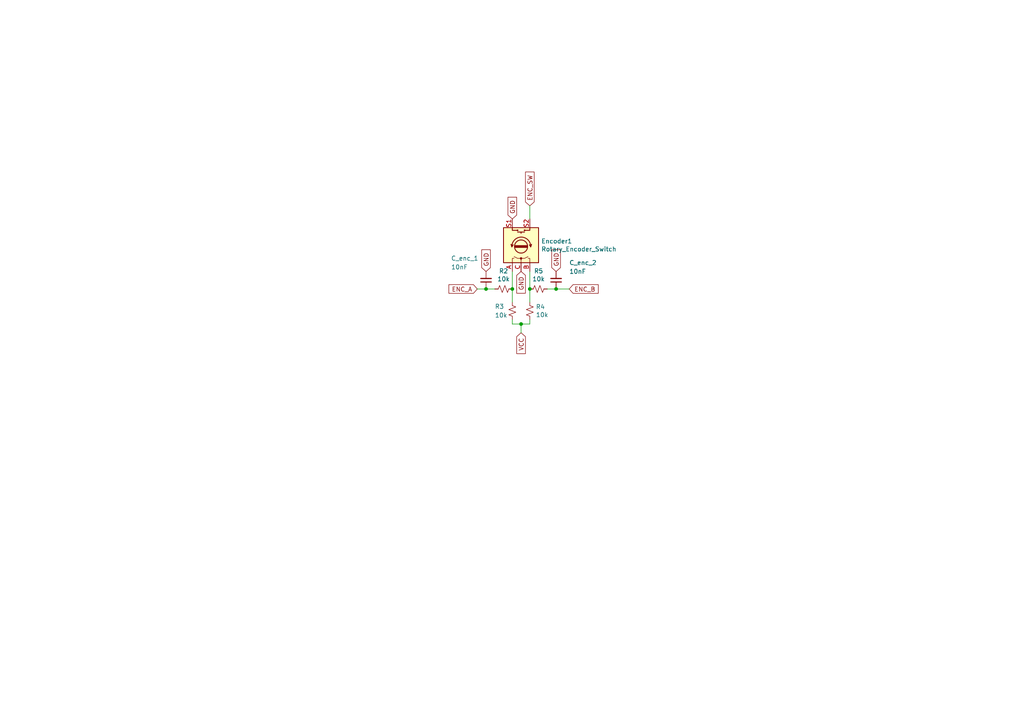
<source format=kicad_sch>
(kicad_sch (version 20211123) (generator eeschema)
  (paper "A4")
  (lib_symbols
    (symbol "Device:C_Small" (pin_numbers hide) (pin_names (offset 0.254) hide)
      (property "Reference" "C" (at 0.254 1.778 0))
      (property "Value" "C_Small" (at 0.254 -2.032 0))
      (symbol "C_Small_0_1"
        (polyline (pts (xy -1.524 -0.508) (xy 1.524 -0.508)) (stroke (width 0.3302)))
        (polyline (pts (xy -1.524 0.508) (xy 1.524 0.508)) (stroke (width 0.3048)))
      )
      (symbol "C_Small_1_1"
        (pin passive line (at 0 2.54 270) (length 2.032) (name "~") (number "1"))
        (pin passive line (at 0 -2.54 90) (length 2.032) (name "~") (number "2"))
      )
    )
    (symbol "Device:R_Small_US" (pin_numbers hide) (pin_names (offset 0.254) hide)
      (property "Reference" "R" (at 0.762 0.508 0))
      (property "Value" "R_Small_US" (at 0.762 -1.016 0))
      (symbol "R_Small_US_1_1"
        (polyline (pts (xy 0 0) (xy 1.016 -0.381) (xy 0 -0.762) (xy -1.016 -1.143) (xy 0 -1.524)))
        (polyline (pts (xy 0 1.524) (xy 1.016 1.143) (xy 0 0.762) (xy -1.016 0.381) (xy 0 0)))
        (pin passive line (at 0 2.54 270) (length 1.016) (name "~") (number "1"))
        (pin passive line (at 0 -2.54 90) (length 1.016) (name "~") (number "2"))
      )
    )
    (symbol "Faduino-1-rescue:Rotary_Encoder_Switch-Device" (pin_names (offset 0.254) hide)
      (property "Reference" "SW" (at 0 6.604 0))
      (property "Value" "Rotary_Encoder_Switch-Device" (at 0 -6.604 0))
      (symbol "Rotary_Encoder_Switch-Device_0_1"
        (rectangle (start -5.08 5.08) (end 5.08 -5.08) (stroke (width 0.254)) (fill (type background)))
        (circle (center -3.81 0) (radius 0.254) (fill (type outline)))
        (arc (start -0.381 -2.794) (mid 2.3622 -0.0508) (end -0.381 2.667) (stroke (width 0.254)))
        (circle (center -0.381 0) (radius 1.905) (stroke (width 0.254)))
        (polyline (pts (xy -0.635 -1.778) (xy -0.635 1.778)) (stroke (width 0.254)))
        (polyline (pts (xy -0.381 -1.778) (xy -0.381 1.778)) (stroke (width 0.254)))
        (polyline (pts (xy -0.127 1.778) (xy -0.127 -1.778)) (stroke (width 0.254)))
        (polyline (pts (xy 3.81 0) (xy 3.429 0)) (stroke (width 0.254)))
        (polyline (pts (xy 3.81 1.016) (xy 3.81 -1.016)) (stroke (width 0.254)))
        (polyline (pts (xy -5.08 -2.54) (xy -3.81 -2.54) (xy -3.81 -2.032)))
        (polyline (pts (xy -5.08 2.54) (xy -3.81 2.54) (xy -3.81 2.032)))
        (polyline (pts (xy 0.254 -3.048) (xy -0.508 -2.794) (xy 0.127 -2.413)) (stroke (width 0.254)))
        (polyline (pts (xy 0.254 2.921) (xy -0.508 2.667) (xy 0.127 2.286)) (stroke (width 0.254)))
        (polyline (pts (xy 5.08 -2.54) (xy 4.318 -2.54) (xy 4.318 -1.016)) (stroke (width 0.254)))
        (polyline (pts (xy 5.08 2.54) (xy 4.318 2.54) (xy 4.318 1.016)) (stroke (width 0.254)))
        (polyline (pts (xy -5.08 0) (xy -3.81 0) (xy -3.81 -1.016) (xy -3.302 -2.032)))
        (polyline (pts (xy -4.318 0) (xy -3.81 0) (xy -3.81 1.016) (xy -3.302 2.032)))
        (circle (center 4.318 -1.016) (radius 0.127) (stroke (width 0.254)))
        (circle (center 4.318 1.016) (radius 0.127) (stroke (width 0.254)))
      )
      (symbol "Rotary_Encoder_Switch-Device_1_1"
        (pin passive line (at -7.62 2.54 0) (length 2.54) (name "A") (number "A"))
        (pin passive line (at -7.62 -2.54 0) (length 2.54) (name "B") (number "B"))
        (pin passive line (at -7.62 0 0) (length 2.54) (name "C") (number "C"))
        (pin passive line (at 7.62 2.54 180) (length 2.54) (name "S1") (number "S1"))
        (pin passive line (at 7.62 -2.54 180) (length 2.54) (name "S2") (number "S2"))
      )
    )
  )
  (junction (at 151.13 93.98))
  (junction (at 140.97 83.82))
  (junction (at 153.67 83.82))
  (junction (at 148.59 83.82))
  (junction (at 161.29 83.82))
  (wire (pts (xy 153.67 87.63) (xy 153.67 83.82)))
  (wire (pts (xy 161.29 83.82) (xy 165.1 83.82)))
  (wire (pts (xy 148.59 92.71) (xy 148.59 93.98)))
  (wire (pts (xy 153.67 83.82) (xy 153.67 78.74)))
  (wire (pts (xy 151.13 96.52) (xy 151.13 93.98)))
  (wire (pts (xy 153.67 63.5) (xy 153.67 59.69)))
  (wire (pts (xy 138.43 83.82) (xy 140.97 83.82)))
  (wire (pts (xy 148.59 83.82) (xy 148.59 78.74)))
  (wire (pts (xy 148.59 93.98) (xy 151.13 93.98)))
  (wire (pts (xy 158.75 83.82) (xy 161.29 83.82)))
  (wire (pts (xy 140.97 83.82) (xy 143.51 83.82)))
  (wire (pts (xy 148.59 83.82) (xy 148.59 87.63)))
  (wire (pts (xy 153.67 93.98) (xy 153.67 92.71)))
  (wire (pts (xy 151.13 93.98) (xy 153.67 93.98)))
  (global_label "GND" (shape input) (at 161.29 78.74 90) (property "Intersheet References" "${INTERSHEET_REFS}" (effects hide)))
  (global_label "ENC_B" (shape input) (at 165.1 83.82 0) (property "Intersheet References" "${INTERSHEET_REFS}" (effects hide)))
  (global_label "GND" (shape input) (at 151.13 78.74 270) (property "Intersheet References" "${INTERSHEET_REFS}" (effects hide)))
  (global_label "VCC" (shape input) (at 151.13 96.52 270) (property "Intersheet References" "${INTERSHEET_REFS}" (effects hide)))
  (global_label "GND" (shape input) (at 148.59 63.5 90) (property "Intersheet References" "${INTERSHEET_REFS}" (effects hide)))
  (global_label "GND" (shape input) (at 140.97 78.74 90) (property "Intersheet References" "${INTERSHEET_REFS}" (effects hide)))
  (global_label "ENC_A" (shape input) (at 138.43 83.82 180) (property "Intersheet References" "${INTERSHEET_REFS}" (effects hide)))
  (global_label "ENC_SW" (shape input) (at 153.67 59.69 90) (property "Intersheet References" "${INTERSHEET_REFS}" (effects hide)))
  (symbol (lib_id "Faduino-1-rescue:Rotary_Encoder_Switch-Device") (at 151.13 71.12 90) (unit 1)
    (property "Reference" "Encoder1" (at 156.972 69.9516 90) (effects (justify right)))
    (property "Value" "Rotary_Encoder_Switch" (at 156.972 72.263 90) (effects (justify right)))
    (property "Footprint" "Rotary_Encoder:RotaryEncoder_Alps_EC11E-Switch_Vertical_H20mm_CircularMountingHoles" (effects hide))
  )
  (symbol (lib_id "Device:R_Small_US") (at 146.05 83.82 270) (unit 1)
    (property "Reference" "R2" (at 146.05 78.613 90))
    (property "Value" "10k" (at 146.05 80.9244 90))
    (property "Footprint" "Resistor_SMD:R_0603_1608Metric" (effects hide))
    (property "LCSC Part Number" "C25804" (effects hide))
    (property "LCSC" "C25804" (effects hide))
    (property "LCSC Part #" "C25804" (effects hide))
    (property "LCSC Part" "C25804" (effects hide))
  )
  (symbol (lib_id "Device:R_Small_US") (at 156.21 83.82 270) (unit 1)
    (property "Reference" "R5" (at 156.21 78.613 90))
    (property "Value" "10k" (at 156.21 80.9244 90))
    (property "Footprint" "Resistor_SMD:R_0603_1608Metric" (effects hide))
    (property "LCSC Part Number" "C25804" (effects hide))
    (property "LCSC" "C25804" (effects hide))
    (property "LCSC Part #" "C25804" (effects hide))
    (property "LCSC Part" "C25804" (effects hide))
  )
  (symbol (lib_id "Device:R_Small_US") (at 148.59 90.17 0) (unit 1)
    (property "Reference" "R3" (at 143.51 88.9 0) (effects (justify left)))
    (property "Value" "10k" (at 143.51 91.44 0) (effects (justify left)))
    (property "Footprint" "Resistor_SMD:R_0603_1608Metric" (effects hide))
    (property "LCSC Part Number" "C25804" (effects hide))
    (property "LCSC" "C25804" (effects hide))
    (property "LCSC Part #" "C25804" (effects hide))
    (property "LCSC Part" "C25804" (effects hide))
  )
  (symbol (lib_id "Device:R_Small_US") (at 153.67 90.17 0) (unit 1)
    (property "Reference" "R4" (at 155.3972 89.0016 0) (effects (justify left)))
    (property "Value" "10k" (at 155.3972 91.313 0) (effects (justify left)))
    (property "Footprint" "Resistor_SMD:R_0603_1608Metric" (effects hide))
    (property "LCSC Part Number" "C25804" (effects hide))
    (property "LCSC" "C25804" (effects hide))
    (property "LCSC Part #" "C25804" (effects hide))
    (property "LCSC Part" "C25804" (effects hide))
  )
  (symbol (lib_id "Device:C_Small") (at 140.97 81.28 180) (unit 1)
    (property "Reference" "C_enc_1" (at 130.81 74.93 0) (effects (justify right)))
    (property "Value" "10nF" (at 130.81 77.47 0) (effects (justify right)))
    (property "Footprint" "Capacitor_SMD:C_0603_1608Metric" (effects hide))
    (property "LCSC Part Number" "C57112" (effects hide))
    (property "LCSC" "C57112" (effects hide))
    (property "LCSC Part #" "C57112" (effects hide))
    (property "LCSC Part" "C57112" (effects hide))
  )
  (symbol (lib_id "Device:C_Small") (at 161.29 81.28 180) (unit 1)
    (property "Reference" "C_enc_2" (at 165.1 76.2 0) (effects (justify right)))
    (property "Value" "10nF" (at 165.1 78.74 0) (effects (justify right)))
    (property "Footprint" "Capacitor_SMD:C_0603_1608Metric" (effects hide))
    (property "LCSC Part Number" "C57112" (effects hide))
    (property "LCSC" "C57112" (effects hide))
    (property "LCSC Part #" "C57112" (effects hide))
    (property "LCSC Part" "C57112" (effects hide))
  )
)
</source>
